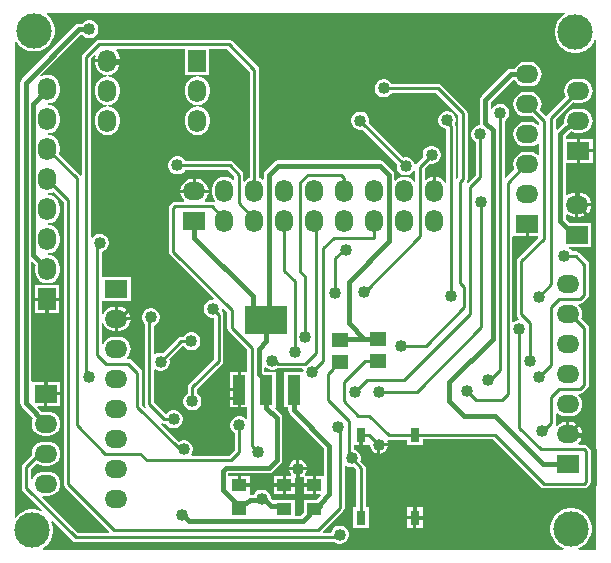
<source format=gtl>
G04*
G04 #@! TF.GenerationSoftware,Altium Limited,Altium Designer,22.10.1 (41)*
G04*
G04 Layer_Physical_Order=1*
G04 Layer_Color=255*
%FSTAX24Y24*%
%MOIN*%
G70*
G04*
G04 #@! TF.SameCoordinates,17841630-244F-4CFE-80E3-D5873E1B35FB*
G04*
G04*
G04 #@! TF.FilePolarity,Positive*
G04*
G01*
G75*
%ADD12C,0.0100*%
%ADD15R,0.0500X0.0394*%
%ADD16R,0.0551X0.0472*%
%ADD17R,0.0315X0.0472*%
%ADD18R,0.0433X0.0984*%
%ADD19R,0.1417X0.0921*%
%ADD33C,0.0150*%
%ADD34R,0.0750X0.0600*%
%ADD35O,0.0600X0.0750*%
%ADD36O,0.0750X0.0600*%
%ADD37R,0.0750X0.0600*%
%ADD38O,0.0750X0.0600*%
%ADD39R,0.0600X0.0750*%
%ADD40C,0.0400*%
%ADD41C,0.1181*%
G36*
X047701Y049847D02*
X04761Y049786D01*
X047514Y04969D01*
X047438Y049577D01*
X047386Y049451D01*
X047359Y049318D01*
Y049182D01*
X047386Y049049D01*
X047438Y048923D01*
X047514Y04881D01*
X04761Y048714D01*
X047723Y048638D01*
X047849Y048586D01*
X047982Y048559D01*
X048118D01*
X048251Y048586D01*
X048377Y048638D01*
X04849Y048714D01*
X048586Y04881D01*
X048662Y048923D01*
X048697Y049008D01*
X048747Y048998D01*
Y032003D01*
X048152D01*
X048142Y032053D01*
X048227Y032088D01*
X04834Y032164D01*
X048436Y03226D01*
X048512Y032373D01*
X048564Y032499D01*
X048591Y032632D01*
Y032768D01*
X048564Y032901D01*
X048512Y033027D01*
X048436Y03314D01*
X04834Y033236D01*
X048227Y033312D01*
X048101Y033364D01*
X047968Y033391D01*
X047832D01*
X047699Y033364D01*
X047573Y033312D01*
X04746Y033236D01*
X047364Y03314D01*
X047288Y033027D01*
X047236Y032901D01*
X047209Y032768D01*
Y032632D01*
X047236Y032499D01*
X047288Y032373D01*
X047364Y03226D01*
X04746Y032164D01*
X047573Y032088D01*
X047658Y032053D01*
X047648Y032003D01*
X030315D01*
X030299Y032053D01*
X03039Y032114D01*
X030486Y03221D01*
X030562Y032323D01*
X030614Y032449D01*
X030641Y032582D01*
Y032718D01*
X030614Y032851D01*
X03058Y032933D01*
X030623Y032961D01*
X031281Y032303D01*
X031331Y032269D01*
X031389Y032258D01*
X040019D01*
X040084Y03222D01*
X04016Y0322D01*
X04024D01*
X040316Y03222D01*
X040384Y03226D01*
X04044Y032316D01*
X04048Y032384D01*
X0405Y03246D01*
Y03254D01*
X04048Y032616D01*
X04044Y032684D01*
X040384Y03274D01*
X040316Y03278D01*
X04024Y0328D01*
X04016D01*
X040084Y03278D01*
X040016Y03274D01*
X03996Y032684D01*
X03992Y032616D01*
X039906Y032564D01*
X039645D01*
X039626Y03261D01*
X040308Y033292D01*
X040341Y033341D01*
X040353Y0334D01*
Y034787D01*
X040399Y034807D01*
X040406Y0348D01*
X040474Y03476D01*
X04055Y03474D01*
X04063D01*
X040664Y034749D01*
X040747Y034667D01*
Y033408D01*
X040643D01*
Y032736D01*
X041157D01*
Y033408D01*
X041053D01*
Y03473D01*
X041041Y034789D01*
X041008Y034838D01*
X040881Y034966D01*
X04089Y035001D01*
Y03508D01*
X04087Y035156D01*
X04083Y035224D01*
X040774Y03528D01*
X040706Y03532D01*
X040653Y035334D01*
Y035492D01*
X04085D01*
Y035828D01*
X04095D01*
Y035492D01*
X04115D01*
X041157Y035492D01*
X0412Y035474D01*
Y035461D01*
X04122Y035384D01*
X04126Y035316D01*
X041316Y03526D01*
X041384Y03522D01*
X04145Y035203D01*
Y0355D01*
X0415D01*
Y03555D01*
X041797D01*
X04178Y035616D01*
X041773Y035627D01*
X041805Y035672D01*
X04183Y035667D01*
X042443D01*
Y035492D01*
X042957D01*
Y035677D01*
X04531D01*
X046895Y034092D01*
X046945Y034059D01*
X047003Y034047D01*
X048341D01*
X0484Y034059D01*
X04845Y034092D01*
X048508Y03415D01*
X048541Y0342D01*
X048553Y034259D01*
Y035291D01*
X048541Y03535D01*
X048508Y0354D01*
X04845Y035458D01*
X0484Y035491D01*
X048341Y035503D01*
X048158D01*
X048141Y03555D01*
X04816Y035565D01*
X048224Y035648D01*
X048265Y035746D01*
X048272Y0358D01*
X0478D01*
Y03585D01*
X04775D01*
Y036253D01*
X047725D01*
X047621Y03624D01*
X047523Y036199D01*
X04744Y036135D01*
X047417Y036106D01*
X047377Y036135D01*
X047391Y036157D01*
X047403Y036216D01*
Y036536D01*
X047453Y036555D01*
X047523Y036501D01*
X047621Y03646D01*
X047725Y036447D01*
X047875D01*
X047979Y03646D01*
X048077Y036501D01*
X04816Y036565D01*
X048224Y036648D01*
X048265Y036746D01*
X048278Y03685D01*
X048265Y036954D01*
X048224Y037052D01*
X04816Y037135D01*
X048141Y03715D01*
X048158Y037197D01*
X0482D01*
X048259Y037209D01*
X048308Y037242D01*
X048458Y037392D01*
X048491Y037441D01*
X048503Y0375D01*
Y03938D01*
X048491Y039439D01*
X048458Y039488D01*
X048246Y0397D01*
X048265Y039746D01*
X048278Y03985D01*
X048265Y039954D01*
X048224Y040052D01*
X04816Y040135D01*
X048141Y04015D01*
X048158Y040197D01*
X0482D01*
X048259Y040209D01*
X048308Y040242D01*
X048458Y040392D01*
X048491Y040441D01*
X048503Y0405D01*
Y0415D01*
X048491Y041559D01*
X048458Y041608D01*
X048168Y041898D01*
X048119Y041931D01*
X04806Y041943D01*
X047938D01*
X04792Y041974D01*
X047864Y04203D01*
X04783Y04205D01*
X047843Y0421D01*
X048575D01*
Y0429D01*
X047892D01*
X047875Y042903D01*
X047849D01*
X047728Y043024D01*
Y04316D01*
X047778Y043185D01*
X047823Y043151D01*
X047921Y04311D01*
X048025Y043097D01*
X04805D01*
Y0435D01*
Y043903D01*
X048025D01*
X047921Y04389D01*
X047823Y043849D01*
X047778Y043815D01*
X047728Y04384D01*
Y0449D01*
X0481D01*
Y0453D01*
Y0457D01*
X047728D01*
Y045776D01*
X047894Y045942D01*
X047971Y04591D01*
X048075Y045897D01*
X048225D01*
X048329Y04591D01*
X048427Y045951D01*
X04851Y046015D01*
X048574Y046098D01*
X048615Y046196D01*
X048628Y0463D01*
X048615Y046404D01*
X048574Y046502D01*
X04851Y046585D01*
X048427Y046649D01*
X048329Y04669D01*
X048225Y046703D01*
X048075D01*
X047971Y04669D01*
X047873Y046649D01*
X04779Y046585D01*
X047726Y046502D01*
X047685Y046404D01*
X047672Y0463D01*
X04768Y046233D01*
X047453Y046005D01*
X047403Y046026D01*
Y046337D01*
X047976Y04691D01*
X048075Y046897D01*
X048225D01*
X048329Y04691D01*
X048427Y046951D01*
X04851Y047015D01*
X048574Y047098D01*
X048615Y047196D01*
X048628Y0473D01*
X048615Y047404D01*
X048574Y047502D01*
X04851Y047585D01*
X048427Y047649D01*
X048329Y04769D01*
X048225Y047703D01*
X048075D01*
X047971Y04769D01*
X047873Y047649D01*
X04779Y047585D01*
X047726Y047502D01*
X047685Y047404D01*
X047672Y0473D01*
X047685Y047196D01*
X047726Y047098D01*
X047728Y047095D01*
X047142Y046508D01*
X047117Y04647D01*
X047061Y046455D01*
X046872Y046645D01*
X046874Y046648D01*
X046915Y046746D01*
X046928Y04685D01*
X046915Y046954D01*
X046874Y047052D01*
X04681Y047135D01*
X046727Y047199D01*
X046629Y04724D01*
X046525Y047253D01*
X046375D01*
X046271Y04724D01*
X046173Y047199D01*
X04609Y047135D01*
X046026Y047052D01*
X045985Y046954D01*
X045972Y04685D01*
X045985Y046746D01*
X046026Y046648D01*
X04609Y046565D01*
X046173Y046501D01*
X046271Y04646D01*
X046375Y046447D01*
X046525D01*
X046624Y04646D01*
X046847Y046237D01*
Y046164D01*
X046797Y046145D01*
X046727Y046199D01*
X046629Y04624D01*
X046525Y046253D01*
X046375D01*
X046271Y04624D01*
X046173Y046199D01*
X04609Y046135D01*
X046026Y046052D01*
X045985Y045954D01*
X045972Y04585D01*
X045985Y045746D01*
X046026Y045648D01*
X04609Y045565D01*
X046173Y045501D01*
X046271Y04546D01*
X046375Y045447D01*
X046525D01*
X046629Y04546D01*
X046727Y045501D01*
X046797Y045555D01*
X046847Y045536D01*
Y045164D01*
X046797Y045145D01*
X046727Y045199D01*
X046629Y04524D01*
X046525Y045253D01*
X046375D01*
X046271Y04524D01*
X046173Y045199D01*
X04609Y045135D01*
X046026Y045052D01*
X045985Y044954D01*
X045972Y04485D01*
X045985Y044746D01*
X046013Y044679D01*
X045734Y0444D01*
X045688Y04442D01*
Y046299D01*
X045724Y04632D01*
X04578Y046376D01*
X04582Y046444D01*
X04584Y046521D01*
Y046599D01*
X04582Y046676D01*
X04578Y046744D01*
X045724Y0468D01*
X045656Y04684D01*
X04558Y04686D01*
X0455D01*
X045424Y04684D01*
X045356Y0468D01*
X0453Y046744D01*
X045273Y046698D01*
X045223Y046712D01*
Y046926D01*
X045969Y047672D01*
X046016D01*
X046026Y047648D01*
X04609Y047565D01*
X046173Y047501D01*
X046271Y04746D01*
X046375Y047447D01*
X046525D01*
X046629Y04746D01*
X046727Y047501D01*
X04681Y047565D01*
X046874Y047648D01*
X046915Y047746D01*
X046928Y04785D01*
X046915Y047954D01*
X046874Y048052D01*
X04681Y048135D01*
X046727Y048199D01*
X046629Y04824D01*
X046525Y048253D01*
X046375D01*
X046271Y04824D01*
X046173Y048199D01*
X04609Y048135D01*
X046026Y048052D01*
X046016Y048028D01*
X045895D01*
X045895Y048028D01*
X045827Y048015D01*
X045769Y047976D01*
X045769Y047976D01*
X044919Y047126D01*
X04488Y047068D01*
X044867Y047D01*
Y046225D01*
X044872Y0462D01*
X044836Y04615D01*
X044759Y04613D01*
X044691Y04609D01*
X044635Y046034D01*
X044595Y045966D01*
X044575Y04589D01*
Y04581D01*
X044595Y045734D01*
X044635Y045666D01*
X044691Y04561D01*
X044722Y045592D01*
Y044488D01*
X044454Y04422D01*
X044415Y044252D01*
X044441Y044291D01*
X044453Y04435D01*
Y04654D01*
X044441Y046599D01*
X044408Y046648D01*
X043568Y047488D01*
X043519Y047521D01*
X04346Y047533D01*
X041918D01*
X0419Y047564D01*
X041844Y04762D01*
X041776Y04766D01*
X0417Y04768D01*
X04162D01*
X041544Y04766D01*
X041476Y04762D01*
X04142Y047564D01*
X04138Y047496D01*
X04136Y04742D01*
Y04734D01*
X04138Y047264D01*
X04142Y047196D01*
X041476Y04714D01*
X041544Y0471D01*
X04162Y04708D01*
X0417D01*
X041776Y0471D01*
X041844Y04714D01*
X0419Y047196D01*
X041918Y047227D01*
X043397D01*
X044147Y046477D01*
Y044413D01*
X044103Y044369D01*
X044059Y044383D01*
X044053Y044388D01*
Y046109D01*
X044041Y046167D01*
X044034Y046178D01*
X04405Y046204D01*
X04407Y04628D01*
Y04636D01*
X04405Y046436D01*
X04401Y046504D01*
X043954Y04656D01*
X043886Y0466D01*
X043809Y04662D01*
X043731D01*
X043654Y0466D01*
X043586Y04656D01*
X04353Y046504D01*
X04349Y046436D01*
X04347Y04636D01*
Y04628D01*
X04349Y046204D01*
X04353Y046136D01*
X043586Y04608D01*
X043654Y04604D01*
X043731Y04602D01*
X043747D01*
Y044255D01*
X043702Y04423D01*
X043697Y04423D01*
X043635Y04431D01*
X043552Y044374D01*
X043454Y044415D01*
X0434Y044422D01*
Y04395D01*
X0433D01*
Y044422D01*
X043246Y044415D01*
X043148Y044374D01*
X043073Y044317D01*
X043023Y04433D01*
Y044707D01*
X043181Y044864D01*
X043215Y044855D01*
X043295D01*
X043371Y044875D01*
X043439Y044915D01*
X043495Y044971D01*
X043535Y045039D01*
X043555Y045115D01*
Y045195D01*
X043535Y045271D01*
X043495Y045339D01*
X043439Y045395D01*
X043371Y045435D01*
X043295Y045455D01*
X043215D01*
X043139Y045435D01*
X043071Y045395D01*
X043015Y045339D01*
X042975Y045271D01*
X042955Y045195D01*
Y045115D01*
X042964Y045081D01*
X042762Y044878D01*
X042736Y04484D01*
X042692Y044841D01*
X042683Y044844D01*
X04267Y044896D01*
X04263Y044964D01*
X042574Y04502D01*
X042506Y04506D01*
X042429Y04508D01*
X042351D01*
X042316Y045071D01*
X041161Y046226D01*
X04117Y04626D01*
Y04634D01*
X04115Y046416D01*
X04111Y046484D01*
X041054Y04654D01*
X040986Y04658D01*
X04091Y0466D01*
X04083D01*
X040754Y04658D01*
X040686Y04654D01*
X04063Y046484D01*
X04059Y046416D01*
X04057Y04634D01*
Y04626D01*
X04059Y046184D01*
X04063Y046116D01*
X040686Y04606D01*
X040754Y04602D01*
X04083Y046D01*
X04091D01*
X040944Y046009D01*
X042099Y044854D01*
X04209Y044819D01*
Y044741D01*
X04211Y044664D01*
X04215Y044596D01*
X042206Y04454D01*
X042274Y0445D01*
X042351Y04448D01*
X042429D01*
X042506Y0445D01*
X042574Y04454D01*
X04263Y044596D01*
X042644Y04462D01*
X042711Y044638D01*
X042717Y044634D01*
Y044286D01*
X042667Y044269D01*
X042635Y04431D01*
X042552Y044374D01*
X042454Y044415D01*
X04235Y044428D01*
X042246Y044415D01*
X042148Y044374D01*
X042065Y04431D01*
X042056Y044299D01*
X042008Y044315D01*
Y0445D01*
X041995Y044568D01*
X041956Y044626D01*
X041656Y044926D01*
X041598Y044965D01*
X04153Y044978D01*
X03813D01*
X038062Y044965D01*
X038004Y044926D01*
X037704Y044626D01*
X037665Y044568D01*
X037652Y0445D01*
Y044361D01*
X037602Y044336D01*
X037552Y044374D01*
X037503Y044395D01*
Y048D01*
X037491Y048059D01*
X037458Y048108D01*
X036608Y048958D01*
X036559Y048991D01*
X0365Y049003D01*
X03217D01*
X032111Y048991D01*
X032062Y048958D01*
X031642Y048538D01*
X031609Y048489D01*
X031597Y04843D01*
Y044475D01*
X031547Y04446D01*
X031528Y044488D01*
X03084Y045176D01*
X030853Y045275D01*
Y045425D01*
X03084Y045529D01*
X030799Y045627D01*
X030735Y04571D01*
X030652Y045774D01*
X030554Y045815D01*
X030478Y045825D01*
Y045875D01*
X030554Y045885D01*
X030652Y045926D01*
X030735Y04599D01*
X030799Y046073D01*
X03084Y046171D01*
X030853Y046275D01*
Y046425D01*
X03084Y046529D01*
X030799Y046627D01*
X030735Y04671D01*
X030652Y046774D01*
X030554Y046815D01*
X030478Y046825D01*
Y046875D01*
X030554Y046885D01*
X030652Y046926D01*
X030735Y04699D01*
X030799Y047073D01*
X03084Y047171D01*
X030853Y047275D01*
Y047425D01*
X03084Y047529D01*
X030799Y047627D01*
X030735Y04771D01*
X030652Y047774D01*
X030554Y047815D01*
X03045Y047828D01*
X030346Y047815D01*
X030248Y047774D01*
X030245Y047772D01*
X030212Y047809D01*
X031562Y049159D01*
X03161Y049166D01*
X031666Y04911D01*
X031734Y04907D01*
X031811Y04905D01*
X03189D01*
X031966Y04907D01*
X032034Y04911D01*
X03209Y049166D01*
X03213Y049234D01*
X03215Y04931D01*
Y04939D01*
X03213Y049466D01*
X03209Y049534D01*
X032034Y04959D01*
X031966Y04963D01*
X03189Y04965D01*
X031811D01*
X031734Y04963D01*
X031666Y04959D01*
X03161Y049534D01*
X031607Y049528D01*
X0315D01*
X031432Y049515D01*
X031374Y049476D01*
X029594Y047696D01*
X029555Y047638D01*
X029542Y04757D01*
Y03688D01*
X029555Y036812D01*
X029594Y036754D01*
X029967Y036381D01*
X029935Y036304D01*
X029922Y0362D01*
X029935Y036096D01*
X029976Y035998D01*
X03004Y035915D01*
X030123Y035851D01*
X030221Y03581D01*
X030325Y035797D01*
X030475D01*
X030579Y03581D01*
X030677Y035851D01*
X03076Y035915D01*
X030824Y035998D01*
X030865Y036096D01*
X030878Y0362D01*
X030865Y036304D01*
X030824Y036402D01*
X03076Y036485D01*
X030677Y036549D01*
X030579Y03659D01*
X030475Y036603D01*
X030325D01*
X030258Y036595D01*
X030099Y036754D01*
X030118Y0368D01*
X03035D01*
Y0372D01*
Y0376D01*
X029925D01*
X029898Y037639D01*
Y041584D01*
X029945Y041603D01*
X030055Y041492D01*
X030047Y041425D01*
Y041275D01*
X03006Y041171D01*
X030101Y041073D01*
X030165Y04099D01*
X030248Y040926D01*
X030346Y040885D01*
X030424Y040875D01*
X03042Y040825D01*
X03005D01*
Y0404D01*
X03085D01*
Y040825D01*
X03048D01*
X030476Y040875D01*
X030554Y040885D01*
X030652Y040926D01*
X030735Y04099D01*
X030799Y041073D01*
X03084Y041171D01*
X030853Y041275D01*
Y041425D01*
X03084Y041529D01*
X030799Y041627D01*
X030735Y04171D01*
X030652Y041774D01*
X030554Y041815D01*
X030478Y041825D01*
Y041875D01*
X030554Y041885D01*
X030652Y041926D01*
X030735Y04199D01*
X030799Y042073D01*
X03084Y042171D01*
X030853Y042275D01*
Y042425D01*
X03084Y042529D01*
X030799Y042627D01*
X030735Y04271D01*
X030652Y042774D01*
X030554Y042815D01*
X030478Y042825D01*
Y042875D01*
X030554Y042885D01*
X030652Y042926D01*
X030735Y04299D01*
X030799Y043073D01*
X03084Y043171D01*
X030853Y043275D01*
Y043425D01*
X03084Y043529D01*
X030799Y043627D01*
X030735Y04371D01*
X030652Y043774D01*
X030554Y043815D01*
X030478Y043825D01*
Y043875D01*
X030554Y043885D01*
X030652Y043926D01*
X030655Y043928D01*
X030987Y043597D01*
Y0342D01*
X030999Y034141D01*
X031032Y034092D01*
X032514Y03261D01*
X032495Y032564D01*
X031453D01*
X030262Y033754D01*
X030285Y033802D01*
X030325Y033797D01*
X030475D01*
X030579Y03381D01*
X030677Y033851D01*
X03076Y033915D01*
X030824Y033998D01*
X030865Y034096D01*
X030878Y0342D01*
X030865Y034304D01*
X030824Y034402D01*
X03076Y034485D01*
X030677Y034549D01*
X030579Y03459D01*
X030475Y034603D01*
X030325D01*
X030221Y03459D01*
X030123Y034549D01*
X03004Y034485D01*
X029976Y034402D01*
X029953Y034347D01*
X029903Y034357D01*
Y034687D01*
X030091Y034875D01*
X030123Y034851D01*
X030221Y03481D01*
X030325Y034797D01*
X030475D01*
X030579Y03481D01*
X030677Y034851D01*
X03076Y034915D01*
X030824Y034998D01*
X030865Y035096D01*
X030878Y0352D01*
X030865Y035304D01*
X030824Y035402D01*
X03076Y035485D01*
X030677Y035549D01*
X030579Y03559D01*
X030475Y035603D01*
X030325D01*
X030221Y03559D01*
X030123Y035549D01*
X03004Y035485D01*
X029976Y035402D01*
X029935Y035304D01*
X029922Y0352D01*
X029929Y035145D01*
X029642Y034858D01*
X029609Y034809D01*
X029597Y03475D01*
Y03405D01*
X029609Y033991D01*
X029642Y033942D01*
X030261Y033323D01*
X030233Y03328D01*
X030151Y033314D01*
X030018Y033341D01*
X029882D01*
X029749Y033314D01*
X029623Y033262D01*
X02951Y033186D01*
X029414Y03309D01*
X029401Y033071D01*
X029353Y033086D01*
Y048935D01*
X029403Y048951D01*
X029464Y04886D01*
X02956Y048764D01*
X029673Y048688D01*
X029799Y048636D01*
X029932Y048609D01*
X030068D01*
X030201Y048636D01*
X030327Y048688D01*
X03044Y048764D01*
X030536Y04886D01*
X030612Y048973D01*
X030664Y049099D01*
X030691Y049232D01*
Y049368D01*
X030664Y049501D01*
X030612Y049627D01*
X030536Y04974D01*
X03044Y049836D01*
X030421Y049849D01*
X030436Y049897D01*
X047685D01*
X047701Y049847D01*
D02*
G37*
G36*
X037197Y047937D02*
Y044395D01*
X037148Y044374D01*
X037065Y04431D01*
X037033Y044269D01*
X036983Y044286D01*
Y0445D01*
X036971Y044559D01*
X036938Y044608D01*
X036628Y044918D01*
X036579Y044951D01*
X03652Y044963D01*
X035038D01*
X03502Y044994D01*
X034964Y04505D01*
X034896Y04509D01*
X03482Y04511D01*
X034741D01*
X034664Y04509D01*
X034596Y04505D01*
X03454Y044994D01*
X0345Y044926D01*
X03448Y04485D01*
Y04477D01*
X0345Y044694D01*
X03454Y044626D01*
X034596Y04457D01*
X034664Y04453D01*
X034741Y04451D01*
X03482D01*
X034896Y04453D01*
X034964Y04457D01*
X03502Y044626D01*
X035038Y044657D01*
X036457D01*
X036677Y044437D01*
Y04433D01*
X036627Y044317D01*
X036552Y044374D01*
X036454Y044415D01*
X03635Y044428D01*
X036246Y044415D01*
X036148Y044374D01*
X036065Y04431D01*
X036001Y044227D01*
X03596Y044129D01*
X035947Y044025D01*
Y043875D01*
X03596Y043771D01*
X036001Y043673D01*
X036048Y043612D01*
X036013Y043575D01*
X035989Y043591D01*
X03593Y043603D01*
X035708D01*
X035691Y04365D01*
X03571Y043665D01*
X035774Y043748D01*
X035815Y043846D01*
X035822Y0439D01*
X034878D01*
X034885Y043846D01*
X034926Y043748D01*
X03499Y043665D01*
X035009Y04365D01*
X034992Y043603D01*
X034709D01*
X03465Y043591D01*
X0346Y043558D01*
X034542Y0435D01*
X034509Y04345D01*
X034497Y043391D01*
Y041935D01*
X034509Y041876D01*
X034542Y041827D01*
X035989Y04038D01*
X035968Y04033D01*
X035921D01*
X035844Y04031D01*
X035776Y04027D01*
X03572Y040214D01*
X03568Y040146D01*
X03566Y040069D01*
Y03999D01*
X03568Y039914D01*
X03572Y039846D01*
X035776Y03979D01*
X035844Y03975D01*
X035921Y03973D01*
X036D01*
X036002Y039728D01*
Y038344D01*
X035172Y037514D01*
X035139Y037464D01*
X035127Y037406D01*
Y037208D01*
X035096Y03719D01*
X03504Y037134D01*
X035Y037066D01*
X03498Y03699D01*
Y036911D01*
X035Y036834D01*
X03504Y036766D01*
X035096Y03671D01*
X035164Y03667D01*
X03524Y03665D01*
X035319D01*
X035396Y03667D01*
X035464Y03671D01*
X03552Y036766D01*
X03556Y036834D01*
X03558Y036911D01*
Y03699D01*
X03556Y037066D01*
X03552Y037134D01*
X035464Y03719D01*
X035433Y037208D01*
Y037342D01*
X036263Y038173D01*
X036296Y038222D01*
X036308Y038281D01*
Y039835D01*
X036296Y039894D01*
X036263Y039943D01*
X036251Y039956D01*
X03626Y03999D01*
Y040038D01*
X03631Y040059D01*
X036447Y039922D01*
Y03939D01*
X036459Y039331D01*
X036492Y039282D01*
X037102Y038672D01*
Y037923D01*
X036895D01*
Y037331D01*
X036844D01*
D01*
X036895D01*
Y036739D01*
X037102D01*
Y036393D01*
X037052Y036372D01*
X037034Y03639D01*
X036966Y03643D01*
X03689Y03645D01*
X036811D01*
X036734Y03643D01*
X036666Y03639D01*
X03661Y036334D01*
X03657Y036266D01*
X03655Y036189D01*
Y03611D01*
X03657Y036034D01*
X03661Y035966D01*
X036666Y03591D01*
X036697Y035892D01*
Y035313D01*
X036512Y035128D01*
X035267D01*
X035247Y035178D01*
X03528Y035234D01*
X0353Y03531D01*
Y035389D01*
X03528Y035466D01*
X03524Y035534D01*
X035184Y03559D01*
X035116Y03563D01*
X03504Y03565D01*
X03496D01*
X034884Y03563D01*
X034822Y035594D01*
X03422Y036196D01*
X034252Y036235D01*
X034291Y036209D01*
X03435Y036197D01*
X034397D01*
X034415Y036166D01*
X034471Y03611D01*
X034539Y03607D01*
X034615Y03605D01*
X034694D01*
X034771Y03607D01*
X034839Y03611D01*
X034895Y036166D01*
X034935Y036234D01*
X034955Y036311D01*
Y03639D01*
X034935Y036466D01*
X034895Y036534D01*
X034839Y03659D01*
X034771Y03663D01*
X034694Y03665D01*
X034615D01*
X034539Y03663D01*
X034471Y03659D01*
X034415Y036534D01*
X034386Y03653D01*
X033998Y036918D01*
Y038003D01*
X034048Y038023D01*
X034104Y03799D01*
X034181Y03797D01*
X03426D01*
X034336Y03799D01*
X034404Y03803D01*
X03446Y038086D01*
X0345Y038154D01*
X03452Y038231D01*
Y03831D01*
X034511Y038344D01*
X034947Y038781D01*
X035004Y038775D01*
X03501Y038766D01*
X035066Y03871D01*
X035134Y03867D01*
X03521Y03865D01*
X035289D01*
X035366Y03867D01*
X035434Y03871D01*
X03549Y038766D01*
X03553Y038834D01*
X03555Y038911D01*
Y03899D01*
X03553Y039066D01*
X03549Y039134D01*
X035434Y03919D01*
X035366Y03923D01*
X035289Y03925D01*
X03521D01*
X035134Y03923D01*
X035066Y03919D01*
X03501Y039134D01*
X034992Y039103D01*
X0349D01*
X034841Y039091D01*
X034792Y039058D01*
X034294Y038561D01*
X03426Y03857D01*
X034181D01*
X034104Y03855D01*
X034048Y038517D01*
X033998Y038537D01*
Y039466D01*
X034016Y03947D01*
X034084Y03951D01*
X03414Y039566D01*
X03418Y039634D01*
X0342Y039711D01*
Y03979D01*
X03418Y039866D01*
X03414Y039934D01*
X034084Y03999D01*
X034016Y04003D01*
X033939Y04005D01*
X03386D01*
X033784Y04003D01*
X033716Y03999D01*
X03366Y039934D01*
X03362Y039866D01*
X0336Y03979D01*
Y039711D01*
X03362Y039634D01*
X03366Y039566D01*
X033692Y039534D01*
Y036855D01*
X033704Y036796D01*
X03373Y036757D01*
X033691Y036725D01*
X033603Y036813D01*
Y0379D01*
X033591Y037959D01*
X033558Y038008D01*
X033258Y038308D01*
X033209Y038341D01*
X03315Y038353D01*
X033108D01*
X033091Y0384D01*
X03311Y038415D01*
X033174Y038498D01*
X033215Y038596D01*
X033228Y0387D01*
X033215Y038804D01*
X033174Y038902D01*
X03311Y038985D01*
X033027Y039049D01*
X032929Y03909D01*
X032825Y039103D01*
X032675D01*
X032571Y03909D01*
X032473Y039049D01*
X03239Y038985D01*
X032326Y038902D01*
X032303Y038847D01*
X032253Y038857D01*
Y039543D01*
X032303Y039553D01*
X032326Y039498D01*
X03239Y039415D01*
X032473Y039351D01*
X032571Y03931D01*
X032675Y039297D01*
X0327D01*
Y0397D01*
Y040103D01*
X032675D01*
X032571Y04009D01*
X032473Y040049D01*
X03239Y039985D01*
X032326Y039902D01*
X032303Y039847D01*
X032253Y039857D01*
Y040259D01*
X032275Y0403D01*
X032303Y0403D01*
X033225D01*
Y0411D01*
X032303D01*
X032275Y0411D01*
X032253Y041141D01*
Y041934D01*
X032316Y04195D01*
X032384Y04199D01*
X03244Y042046D01*
X03248Y042114D01*
X0325Y04219D01*
Y04227D01*
X03248Y042346D01*
X03244Y042414D01*
X032384Y04247D01*
X032316Y04251D01*
X032239Y04253D01*
X03216D01*
X032084Y04251D01*
X032016Y04247D01*
X03196Y042414D01*
X031953Y042402D01*
X031903Y042415D01*
Y048367D01*
X032009Y048473D01*
X032056Y048449D01*
X032047Y048375D01*
Y04835D01*
X03245D01*
X032853D01*
Y048375D01*
X03284Y048479D01*
X032799Y048577D01*
X032745Y048647D01*
X032764Y048697D01*
X03505D01*
Y047825D01*
X03542D01*
X035424Y047775D01*
X035346Y047765D01*
X035248Y047724D01*
X035165Y04766D01*
X035101Y047577D01*
X03506Y047479D01*
X035047Y047375D01*
Y047225D01*
X03506Y047121D01*
X035101Y047023D01*
X035165Y04694D01*
X035248Y046876D01*
X035346Y046835D01*
X035422Y046825D01*
Y046775D01*
X035346Y046765D01*
X035248Y046724D01*
X035165Y04666D01*
X035101Y046577D01*
X03506Y046479D01*
X035047Y046375D01*
Y046225D01*
X03506Y046121D01*
X035101Y046023D01*
X035165Y04594D01*
X035248Y045876D01*
X035346Y045835D01*
X03545Y045822D01*
X035554Y045835D01*
X035652Y045876D01*
X035735Y04594D01*
X035799Y046023D01*
X03584Y046121D01*
X035853Y046225D01*
Y046375D01*
X03584Y046479D01*
X035799Y046577D01*
X035735Y04666D01*
X035652Y046724D01*
X035554Y046765D01*
X035478Y046775D01*
Y046825D01*
X035554Y046835D01*
X035652Y046876D01*
X035735Y04694D01*
X035799Y047023D01*
X03584Y047121D01*
X035853Y047225D01*
Y047375D01*
X03584Y047479D01*
X035799Y047577D01*
X035735Y04766D01*
X035652Y047724D01*
X035554Y047765D01*
X035476Y047775D01*
X03548Y047825D01*
X03585D01*
Y048697D01*
X036437D01*
X037197Y047937D01*
D02*
G37*
G36*
X0465Y04245D02*
X046793D01*
X046814Y0424D01*
X046142Y041728D01*
X046109Y041679D01*
X046097Y04162D01*
Y039845D01*
X046109Y039786D01*
X046142Y039737D01*
X046179Y0397D01*
X046158Y03965D01*
X04613D01*
X046054Y03963D01*
X045988Y039591D01*
X045961Y039598D01*
X045938Y039608D01*
Y042419D01*
X045975Y04245D01*
X0464D01*
Y04285D01*
X0465D01*
Y04245D01*
D02*
G37*
G36*
X037766Y03806D02*
X037834Y03802D01*
X03791Y038D01*
X037989D01*
X038066Y03802D01*
X038117Y03805D01*
X038131Y038047D01*
X038947D01*
X038985Y037997D01*
X038978Y03797D01*
X038977Y037966D01*
X038977Y037966D01*
X038972Y037923D01*
X038947Y037923D01*
X038339D01*
Y036739D01*
X038477D01*
Y036644D01*
X038491Y036576D01*
X038529Y036518D01*
X039672Y035376D01*
Y034447D01*
X0394D01*
Y03415D01*
Y033853D01*
X039535D01*
X039555Y033807D01*
X039399Y033651D01*
X039396Y033647D01*
X039D01*
Y033246D01*
X038882Y033128D01*
X0387D01*
Y033647D01*
X038245D01*
X038228Y03365D01*
X03797D01*
X0379Y03372D01*
Y03374D01*
X03788Y033816D01*
X03784Y033884D01*
X037784Y03394D01*
X037716Y03398D01*
X03764Y034D01*
X037561D01*
X037484Y03398D01*
X037416Y03394D01*
X03736Y033884D01*
X037329Y033831D01*
X037241D01*
X0372Y033853D01*
Y0341D01*
X03685D01*
Y03415D01*
X0368D01*
Y034447D01*
X0365D01*
X036478Y034488D01*
Y034547D01*
X03782D01*
X037888Y03456D01*
X037946Y034599D01*
X038221Y034874D01*
X038221Y034874D01*
X03826Y034932D01*
X038273Y035D01*
X038273Y035D01*
Y036385D01*
X038273Y036385D01*
X03826Y036453D01*
X038221Y036511D01*
X038221Y036511D01*
X03804Y036692D01*
X038059Y036739D01*
X038067D01*
Y037923D01*
X037683D01*
Y038072D01*
X037733Y038092D01*
X037766Y03806D01*
D02*
G37*
%LPC*%
G36*
X048625Y0457D02*
X0482D01*
Y04535D01*
X048625D01*
Y0457D01*
D02*
G37*
G36*
Y04525D02*
X0482D01*
Y0449D01*
X048625D01*
Y04525D01*
D02*
G37*
G36*
X048175Y043903D02*
X04815D01*
Y04355D01*
X048572D01*
X048565Y043604D01*
X048524Y043702D01*
X04846Y043785D01*
X048377Y043849D01*
X048279Y04389D01*
X048175Y043903D01*
D02*
G37*
G36*
X048572Y04345D02*
X04815D01*
Y043097D01*
X048175D01*
X048279Y04311D01*
X048377Y043151D01*
X04846Y043215D01*
X048524Y043298D01*
X048565Y043396D01*
X048572Y04345D01*
D02*
G37*
G36*
X03085Y0403D02*
X0305D01*
Y039875D01*
X03085D01*
Y0403D01*
D02*
G37*
G36*
X0304D02*
X03005D01*
Y039875D01*
X0304D01*
Y0403D01*
D02*
G37*
G36*
X03045Y0376D02*
Y03725D01*
X030875D01*
Y0376D01*
X03045D01*
D02*
G37*
G36*
X030875Y03715D02*
X03045D01*
Y0368D01*
X030875D01*
Y03715D01*
D02*
G37*
G36*
X047875Y036253D02*
X04785D01*
Y0359D01*
X048272D01*
X048265Y035954D01*
X048224Y036052D01*
X04816Y036135D01*
X048077Y036199D01*
X047979Y03624D01*
X047875Y036253D01*
D02*
G37*
G36*
X041797Y03545D02*
X04155D01*
Y035203D01*
X041616Y03522D01*
X041684Y03526D01*
X04174Y035316D01*
X04178Y035384D01*
X041797Y03545D01*
D02*
G37*
G36*
X042957Y033408D02*
X04275D01*
Y033122D01*
X042957D01*
Y033408D01*
D02*
G37*
G36*
X04265D02*
X042443D01*
Y033122D01*
X04265D01*
Y033408D01*
D02*
G37*
G36*
X042957Y033022D02*
X04275D01*
Y032736D01*
X042957D01*
Y033022D01*
D02*
G37*
G36*
X04265D02*
X042443D01*
Y032736D01*
X04265D01*
Y033022D01*
D02*
G37*
G36*
X032853Y04825D02*
X03245D01*
X032047D01*
Y048225D01*
X03206Y048121D01*
X032101Y048023D01*
X032165Y04794D01*
X032248Y047876D01*
X032346Y047835D01*
X032422Y047825D01*
Y047775D01*
X032346Y047765D01*
X032248Y047724D01*
X032165Y04766D01*
X032101Y047577D01*
X03206Y047479D01*
X032047Y047375D01*
Y047225D01*
X03206Y047121D01*
X032101Y047023D01*
X032165Y04694D01*
X032248Y046876D01*
X032346Y046835D01*
X032422Y046825D01*
Y046775D01*
X032346Y046765D01*
X032248Y046724D01*
X032165Y04666D01*
X032101Y046577D01*
X03206Y046479D01*
X032047Y046375D01*
Y046225D01*
X03206Y046121D01*
X032101Y046023D01*
X032165Y04594D01*
X032248Y045876D01*
X032346Y045835D01*
X03245Y045822D01*
X032554Y045835D01*
X032652Y045876D01*
X032735Y04594D01*
X032799Y046023D01*
X03284Y046121D01*
X032853Y046225D01*
Y046375D01*
X03284Y046479D01*
X032799Y046577D01*
X032735Y04666D01*
X032652Y046724D01*
X032554Y046765D01*
X032478Y046775D01*
Y046825D01*
X032554Y046835D01*
X032652Y046876D01*
X032735Y04694D01*
X032799Y047023D01*
X03284Y047121D01*
X032853Y047225D01*
Y047375D01*
X03284Y047479D01*
X032799Y047577D01*
X032735Y04766D01*
X032652Y047724D01*
X032554Y047765D01*
X032478Y047775D01*
Y047825D01*
X032554Y047835D01*
X032652Y047876D01*
X032735Y04794D01*
X032799Y048023D01*
X03284Y048121D01*
X032853Y048225D01*
Y04825D01*
D02*
G37*
G36*
X035425Y044353D02*
X0354D01*
Y044D01*
X035822D01*
X035815Y044054D01*
X035774Y044152D01*
X03571Y044235D01*
X035627Y044299D01*
X035529Y04434D01*
X035425Y044353D01*
D02*
G37*
G36*
X0353D02*
X035275D01*
X035171Y04434D01*
X035073Y044299D01*
X03499Y044235D01*
X034926Y044152D01*
X034885Y044054D01*
X034878Y044D01*
X0353D01*
Y044353D01*
D02*
G37*
G36*
X032825Y040103D02*
X0328D01*
Y03975D01*
X033222D01*
X033215Y039804D01*
X033174Y039902D01*
X03311Y039985D01*
X033027Y040049D01*
X032929Y04009D01*
X032825Y040103D01*
D02*
G37*
G36*
X033222Y03965D02*
X0328D01*
Y039297D01*
X032825D01*
X032929Y03931D01*
X033027Y039351D01*
X03311Y039415D01*
X033174Y039498D01*
X033215Y039596D01*
X033222Y03965D01*
D02*
G37*
G36*
X036795Y037923D02*
X036528D01*
Y037381D01*
X036795D01*
Y037923D01*
D02*
G37*
G36*
Y037281D02*
X036528D01*
Y036739D01*
X036795D01*
Y037281D01*
D02*
G37*
G36*
X03885Y034997D02*
Y03475D01*
X039097D01*
X03908Y034816D01*
X03904Y034884D01*
X038984Y03494D01*
X038916Y03498D01*
X03885Y034997D01*
D02*
G37*
G36*
X03875D02*
X038684Y03498D01*
X038616Y03494D01*
X03856Y034884D01*
X03852Y034816D01*
X038503Y03475D01*
X03875D01*
Y034997D01*
D02*
G37*
G36*
Y03465D02*
X038503D01*
X03852Y034584D01*
X03856Y034516D01*
X038579Y034497D01*
X038558Y034447D01*
X0384D01*
Y0342D01*
X0387D01*
Y034375D01*
X03874Y034406D01*
X03875Y034403D01*
Y03465D01*
D02*
G37*
G36*
X039097D02*
X03885D01*
Y034403D01*
X038916Y03442D01*
X03895Y03444D01*
X039Y034411D01*
Y0342D01*
X0393D01*
Y034447D01*
X039042D01*
X039021Y034497D01*
X03904Y034516D01*
X03908Y034584D01*
X039097Y03465D01*
D02*
G37*
G36*
X0383Y034447D02*
X038D01*
Y0342D01*
X0383D01*
Y034447D01*
D02*
G37*
G36*
X0369D02*
Y0342D01*
X0372D01*
Y034447D01*
X0369D01*
D02*
G37*
G36*
X0393Y0341D02*
X039D01*
Y033853D01*
X0393D01*
Y0341D01*
D02*
G37*
G36*
X0387D02*
X0384D01*
Y033853D01*
X0387D01*
Y0341D01*
D02*
G37*
G36*
X0383D02*
X038D01*
Y033853D01*
X0383D01*
Y0341D01*
D02*
G37*
%LPD*%
D12*
X033573Y043145D02*
G03*
X033572Y043144I000067J-000074D01*
G01*
X03905Y0391D02*
Y041096D01*
X0387Y0386D02*
Y04094D01*
X03835Y04129D02*
X0387Y04094D01*
X03795Y0383D02*
X038031D01*
X038131Y0382D01*
X03904D02*
X0394Y03856D01*
X038131Y0382D02*
X03904D01*
X0388Y0342D02*
Y0347D01*
X03685Y0342D02*
X03835D01*
X0388D01*
X03185Y03775D02*
Y037831D01*
X031763Y037919D02*
Y037936D01*
Y037919D02*
X03185Y037831D01*
X02975Y03475D02*
X03045Y03545D01*
X02975Y03405D02*
Y03475D01*
Y03405D02*
X031389Y032411D01*
X04003D01*
X0304Y0403D02*
X03045Y04035D01*
X0304Y0372D02*
Y0403D01*
X04003Y032411D02*
X040119Y0325D01*
X0402D01*
X03322Y04823D02*
X0343Y04715D01*
Y0441D02*
X034449Y043951D01*
X0343Y0441D02*
Y04715D01*
X03354Y04039D02*
Y043112D01*
X033573Y043145D02*
X034449Y043951D01*
X033571Y043143D02*
X033572Y043144D01*
X03354Y043112D02*
X033571Y043143D01*
X034449Y043951D02*
X035349D01*
X0388Y0342D02*
X039275D01*
X039461Y032661D02*
X0402Y0334D01*
X032679Y032661D02*
X039461D01*
X0402Y0334D02*
Y035891D01*
X03887Y041276D02*
X03905Y041096D01*
X03596Y04003D02*
X036155Y039835D01*
Y038281D02*
Y039835D01*
X04102Y0406D02*
X04287Y04245D01*
X041Y0406D02*
X04102D01*
X040331Y042D02*
X0404D01*
X04005Y041719D02*
X040331Y042D01*
X04005Y04055D02*
Y041719D01*
X04287Y04245D02*
Y04477D01*
X0349Y03895D02*
X03525D01*
X03422Y03827D02*
X0349Y03895D01*
X04307Y0388D02*
X04435Y04008D01*
X04225Y0388D02*
X04307D01*
X046984Y03595D02*
X04725Y036216D01*
X04695Y03595D02*
X046984D01*
X04725Y036216D02*
Y0371D01*
X04515Y03765D02*
X045187D01*
X045535Y037998D01*
Y046555D01*
X04475Y037D02*
X0456D01*
X04445Y0373D02*
X04475Y037D01*
X045785Y037185D02*
Y044235D01*
X0456Y037D02*
X045785Y037185D01*
X04685Y03775D02*
X04725Y03815D01*
Y0401D01*
X036575Y034975D02*
X03685Y03525D01*
X033775Y034975D02*
X036575D01*
X03685Y03525D02*
Y03615D01*
X034943Y035407D02*
X035Y03535D01*
X03345Y03675D02*
X034793Y035407D01*
X034943D01*
X03345Y03675D02*
Y0379D01*
X04166Y04738D02*
X04346D01*
X0443Y04654D01*
X0464Y04485D02*
X04645D01*
X045785Y044235D02*
X0464Y04485D01*
X04645Y04685D02*
X047Y0463D01*
Y04237D02*
Y0463D01*
X04725Y04085D02*
Y0464D01*
X04815Y0473D01*
X0481Y0435D02*
X04815Y04355D01*
Y0453D01*
X0478Y03585D02*
X047856Y035794D01*
X048256D01*
X0487Y03535D01*
Y03415D02*
Y03535D01*
X0394Y03856D02*
Y0429D01*
X03935Y04295D02*
X0394Y0429D01*
X037255Y035465D02*
X03747Y03525D01*
X037255Y035465D02*
Y038735D01*
X0366Y03939D02*
X037255Y038735D01*
X0366Y03939D02*
Y039985D01*
X03465Y041935D02*
X0366Y039985D01*
X03465Y041935D02*
Y043391D01*
X034709Y04345D01*
X03593D01*
X04377Y046239D02*
Y04632D01*
Y046239D02*
X0439Y046109D01*
Y04045D02*
Y046109D01*
X0442Y0409D02*
X04435Y04075D01*
X0442Y04425D02*
X0443Y04435D01*
X0442Y0409D02*
Y04425D01*
X0443Y04435D02*
Y04654D01*
X04435Y04008D02*
Y04075D01*
X044875Y044425D02*
Y04585D01*
X04455Y039859D02*
Y0441D01*
X044875Y044425D01*
X042331Y03764D02*
X04455Y039859D01*
X0324Y0382D02*
X03315D01*
X03345Y0379D01*
X03237Y0352D02*
X03355D01*
X033775Y034975D01*
X03435Y03635D02*
X034655D01*
X033845Y036855D02*
X03435Y03635D01*
X033845Y036855D02*
Y039695D01*
X0339Y03975D01*
X03652Y04481D02*
X03683Y0445D01*
X03478Y04481D02*
X03652D01*
X03175Y04843D02*
X03217Y04885D01*
X03175Y037949D02*
X031763Y037936D01*
X03175Y037949D02*
Y04843D01*
X0322Y042149D02*
Y04223D01*
X0321Y0385D02*
Y042049D01*
Y0385D02*
X0324Y0382D01*
X0321Y042049D02*
X0322Y042149D01*
X03354Y04039D02*
X03467D01*
X035905Y039155D01*
X03285Y0397D02*
X03354Y04039D01*
X03275Y0397D02*
X03285D01*
X04835Y0375D02*
Y03938D01*
X04788Y03985D02*
X04835Y03938D01*
X0478Y03985D02*
X04788D01*
X04013Y0361D02*
X040187Y036043D01*
Y035904D02*
X0402Y035891D01*
X040187Y035904D02*
Y036043D01*
X0398Y036981D02*
X0405Y036281D01*
Y035211D02*
X04059Y035121D01*
Y03504D02*
Y035121D01*
X0405Y035211D02*
Y036281D01*
X0409Y033072D02*
Y03473D01*
X04059Y03504D02*
X0409Y03473D01*
X0398Y03785D02*
X039974Y038024D01*
X0398Y036981D02*
Y03785D01*
X040161Y03825D02*
X0402D01*
X039974Y038064D02*
X040161Y03825D01*
X039974Y038024D02*
Y038064D01*
X040334Y036947D02*
X040812Y036469D01*
X041181D01*
X04183Y03582D01*
X040334Y036947D02*
Y037574D01*
X04183Y03582D02*
X0427D01*
X0415Y03725D02*
X042752D01*
X04491Y039408D01*
X04109Y03764D02*
X042331D01*
X0407Y03725D02*
X04109Y03764D01*
X0409Y035828D02*
X041172D01*
X0415Y0355D01*
X0409Y03535D02*
Y035828D01*
X0427Y033072D02*
X044422D01*
X04515Y0338D02*
X04835D01*
X044422Y033072D02*
X04515Y0338D01*
X0427Y0332D02*
Y03355D01*
Y033072D02*
Y0332D01*
Y03308D02*
Y0332D01*
X042749D01*
X04835Y0338D02*
X0487Y03415D01*
X04689Y03535D02*
X048341D01*
X047003Y0342D02*
X048341D01*
Y03535D02*
X0484Y035291D01*
Y034259D02*
Y035291D01*
X048341Y0342D02*
X0484Y034259D01*
X045373Y03583D02*
X047003Y0342D01*
X03114D02*
Y04366D01*
X03045Y04435D02*
X03114Y04366D01*
X0427Y03583D02*
X045373D01*
X03626Y03706D02*
X036844D01*
X03245Y04823D02*
X03322D01*
X04617Y03607D02*
Y03935D01*
Y03607D02*
X04689Y03535D01*
X0427Y035828D02*
Y03583D01*
X039277Y037927D02*
X039645Y038295D01*
Y042045D01*
X04Y0424D01*
X04135D01*
Y04295D01*
X036844Y03706D02*
Y037331D01*
X03577Y03657D02*
X03626Y03706D01*
X035085Y03657D02*
X03577D01*
X034905Y03675D02*
X035085Y03657D01*
X034905Y03675D02*
Y037725D01*
X035905Y038725D01*
Y039155D01*
X0427Y033072D02*
Y03308D01*
X0409Y03535D02*
X0427Y03355D01*
X0481Y0435D02*
X04865Y04295D01*
Y0367D02*
Y04295D01*
X0478Y03585D02*
X04865Y0367D01*
X03735Y04395D02*
Y048D01*
X0365Y04885D02*
X03735Y048D01*
X03217Y04885D02*
X0365D01*
X03114Y0342D02*
X032679Y032661D01*
X04287Y04477D02*
X043255Y045155D01*
X0482Y03735D02*
X04835Y0375D01*
X0475Y03735D02*
X0482D01*
X04725Y0371D02*
X0475Y03735D01*
X04087Y0463D02*
X04239Y04478D01*
X04768Y04179D02*
X04806D01*
X04835Y0415D01*
Y0405D02*
Y0415D01*
X0482Y04035D02*
X04835Y0405D01*
X0475Y04035D02*
X0482D01*
X04725Y0401D02*
X0475Y04035D01*
X045535Y046555D02*
X04554Y04656D01*
X03528Y03695D02*
Y037406D01*
X036155Y038281D01*
X03593Y04345D02*
X03635Y04303D01*
Y04295D02*
Y04303D01*
X04683Y04043D02*
X04725Y04085D01*
X04491Y039408D02*
Y0436D01*
X03142Y03615D02*
X03237Y0352D01*
X03142Y03615D02*
Y04438D01*
X03045Y04535D02*
X03142Y04438D01*
X04035Y04395D02*
Y044375D01*
X040225Y0445D02*
X04035Y044375D01*
X03912Y0445D02*
X040225D01*
X03887Y04425D02*
X03912Y0445D01*
X03887Y041276D02*
Y04425D01*
X04655Y03829D02*
Y039545D01*
X04625Y039845D02*
X04655Y039545D01*
X04625Y039845D02*
Y04162D01*
X047Y04237D01*
X03683Y04355D02*
Y0445D01*
Y04355D02*
X03735Y04303D01*
Y04295D02*
Y04303D01*
X03245Y04823D02*
Y0483D01*
X0427Y03582D02*
Y035828D01*
X040334Y037574D02*
X041038Y038278D01*
X041474D01*
X03835Y04129D02*
Y04295D01*
D15*
X03935Y03335D02*
D03*
Y03415D02*
D03*
X03685Y03335D02*
D03*
Y03415D02*
D03*
X03835Y03335D02*
D03*
Y03415D02*
D03*
D16*
X041474Y039026D02*
D03*
Y038278D02*
D03*
X0402Y038998D02*
D03*
Y03825D02*
D03*
D17*
X0427Y033072D02*
D03*
Y035828D02*
D03*
X0409Y033072D02*
D03*
Y035828D02*
D03*
D18*
X036844Y037331D02*
D03*
X03775D02*
D03*
X038656D02*
D03*
D19*
X03775Y039669D02*
D03*
D33*
X0304Y0362D02*
X030483Y036117D01*
X02972Y03688D02*
X0304Y0362D01*
X02972Y03688D02*
Y04757D01*
X0376Y0337D02*
X037668D01*
X038228Y033472D02*
X03835Y03335D01*
X037896Y033472D02*
X038228D01*
X037668Y0337D02*
X037896Y033472D01*
X037185Y033652D02*
X037552D01*
X037082Y03355D02*
X037185Y033652D01*
X037Y03355D02*
X037082D01*
X037552Y033652D02*
X0376Y0337D01*
X03935Y03335D02*
X039403D01*
X03985Y03385D02*
Y03545D01*
X039403Y03335D02*
X039525Y033472D01*
Y033525D01*
X03985Y03385D01*
X035153Y03295D02*
X038956D01*
X039175Y033228D02*
X039297Y03335D01*
X039175Y033169D02*
Y033228D01*
X038956Y03295D02*
X039175Y033169D01*
X03685Y0334D02*
X037Y03355D01*
X038656Y036644D02*
X03985Y03545D01*
X034963Y03314D02*
X035153Y03295D01*
X0363Y034D02*
X03675Y03355D01*
X036388Y034725D02*
X03782D01*
X0363Y034637D02*
X036388Y034725D01*
X0363Y034D02*
Y034637D01*
X03494Y03314D02*
X034963D01*
X03535Y0424D02*
X0373Y04045D01*
Y039911D02*
X037542Y039669D01*
X0373Y039911D02*
Y04045D01*
X037505Y037845D02*
X037602Y037748D01*
X037608D02*
X03775Y037606D01*
Y03673D02*
Y037606D01*
X037602Y037748D02*
X037608D01*
X037505Y037845D02*
Y038695D01*
X04385Y03695D02*
X04433Y03647D01*
X04536D01*
X04385Y03695D02*
Y037575D01*
X045285Y03901D01*
X048Y0463D02*
X04815D01*
X04755Y04295D02*
Y04585D01*
X048Y0463D01*
X04755Y04295D02*
X047775Y042725D01*
X047875D02*
X0481Y0425D01*
X047775Y042725D02*
X047875D01*
X03535Y0424D02*
Y04295D01*
X037542Y039669D02*
X03775D01*
X03775D02*
X03783Y039749D01*
X040485Y039541D02*
Y040935D01*
X04183Y04228D01*
Y0445D01*
X041Y039026D02*
X041474D01*
X040228D02*
X041D01*
X040485Y039541D02*
X041Y039026D01*
X0402Y038998D02*
X040228Y039026D01*
X03783Y039749D02*
Y0445D01*
X02997Y04687D02*
X03045Y04735D01*
X02997Y04183D02*
Y04687D01*
X0315Y04935D02*
X03185D01*
X02972Y04757D02*
X0315Y04935D01*
X03675Y03355D02*
X037D01*
X03782Y034725D02*
X038095Y035D01*
Y036385D01*
X03775Y03673D02*
X038095Y036385D01*
X04698Y03485D02*
X0478D01*
X04536Y03647D02*
X04698Y03485D01*
X045285Y03901D02*
Y045985D01*
X045045Y046225D02*
X045285Y045985D01*
X045045Y046225D02*
Y047D01*
X045895Y04785D01*
X04645D01*
X03783Y0445D02*
X03813Y0448D01*
X04153D01*
X04183Y0445D01*
X03775Y03894D02*
Y039669D01*
X037505Y038695D02*
X03775Y03894D01*
X038656Y036644D02*
Y037331D01*
X02997Y04183D02*
X03045Y04135D01*
D34*
X03535Y04295D02*
D03*
X0478Y03485D02*
D03*
D35*
X03635Y04295D02*
D03*
X03735D02*
D03*
X03835D02*
D03*
X03935D02*
D03*
X04035D02*
D03*
X04135D02*
D03*
X04235D02*
D03*
X04335D02*
D03*
Y04395D02*
D03*
X04235D02*
D03*
X04135D02*
D03*
X04035D02*
D03*
X03935D02*
D03*
X03835D02*
D03*
X03735D02*
D03*
X03635D02*
D03*
X03545Y0473D02*
D03*
Y0463D02*
D03*
X03245Y0483D02*
D03*
Y0473D02*
D03*
Y0463D02*
D03*
X03045Y04735D02*
D03*
Y04635D02*
D03*
Y04535D02*
D03*
Y04435D02*
D03*
Y04335D02*
D03*
Y04235D02*
D03*
Y04135D02*
D03*
D36*
X03535Y04395D02*
D03*
X0478Y04085D02*
D03*
Y03985D02*
D03*
Y03885D02*
D03*
Y03785D02*
D03*
Y03685D02*
D03*
Y03585D02*
D03*
D37*
X0481Y0425D02*
D03*
X0304Y0372D02*
D03*
X04815Y0453D02*
D03*
X03275Y0407D02*
D03*
X04645Y04285D02*
D03*
D38*
X0481Y0435D02*
D03*
X0304Y0362D02*
D03*
Y0352D02*
D03*
Y0342D02*
D03*
X04815Y0473D02*
D03*
Y0463D02*
D03*
X03275Y0337D02*
D03*
Y0347D02*
D03*
Y0357D02*
D03*
Y0367D02*
D03*
Y0377D02*
D03*
Y0387D02*
D03*
Y0397D02*
D03*
X04645Y04385D02*
D03*
Y04485D02*
D03*
Y04585D02*
D03*
Y04685D02*
D03*
Y04785D02*
D03*
D39*
X03545Y0483D02*
D03*
X03045Y04035D02*
D03*
D40*
X03905Y0391D02*
D03*
X0387Y0386D02*
D03*
X0388Y0347D02*
D03*
X03185Y03775D02*
D03*
X0376Y0337D02*
D03*
X0402Y0325D02*
D03*
X03795Y0383D02*
D03*
X03596Y04003D02*
D03*
X041Y0406D02*
D03*
X0404Y042D02*
D03*
X04005Y04055D02*
D03*
X03525Y03895D02*
D03*
X04225Y0388D02*
D03*
X04695Y03595D02*
D03*
X04515Y03765D02*
D03*
X04445Y0373D02*
D03*
X04685Y03775D02*
D03*
X04655Y03829D02*
D03*
X03685Y03615D02*
D03*
X035Y03535D02*
D03*
X0439Y04045D02*
D03*
X0407Y03725D02*
D03*
X0415D02*
D03*
Y0355D02*
D03*
X04239Y04478D02*
D03*
X03185Y04935D02*
D03*
X0339Y03975D02*
D03*
X04617Y03935D02*
D03*
X039277Y037927D02*
D03*
X04059Y03504D02*
D03*
X04013Y0361D02*
D03*
X043255Y045155D02*
D03*
X04377Y04632D02*
D03*
X04087Y0463D02*
D03*
X04768Y04179D02*
D03*
X04554Y04656D02*
D03*
X04166Y04738D02*
D03*
X03528Y03695D02*
D03*
X044875Y04585D02*
D03*
X03747Y03525D02*
D03*
X034655Y03635D02*
D03*
X04683Y04043D02*
D03*
X04491Y0436D02*
D03*
X0322Y04223D02*
D03*
X03478Y04481D02*
D03*
X03422Y03827D02*
D03*
X03494Y03314D02*
D03*
D41*
X03Y0493D02*
D03*
X02995Y03265D02*
D03*
X0479Y0327D02*
D03*
X04805Y04925D02*
D03*
M02*

</source>
